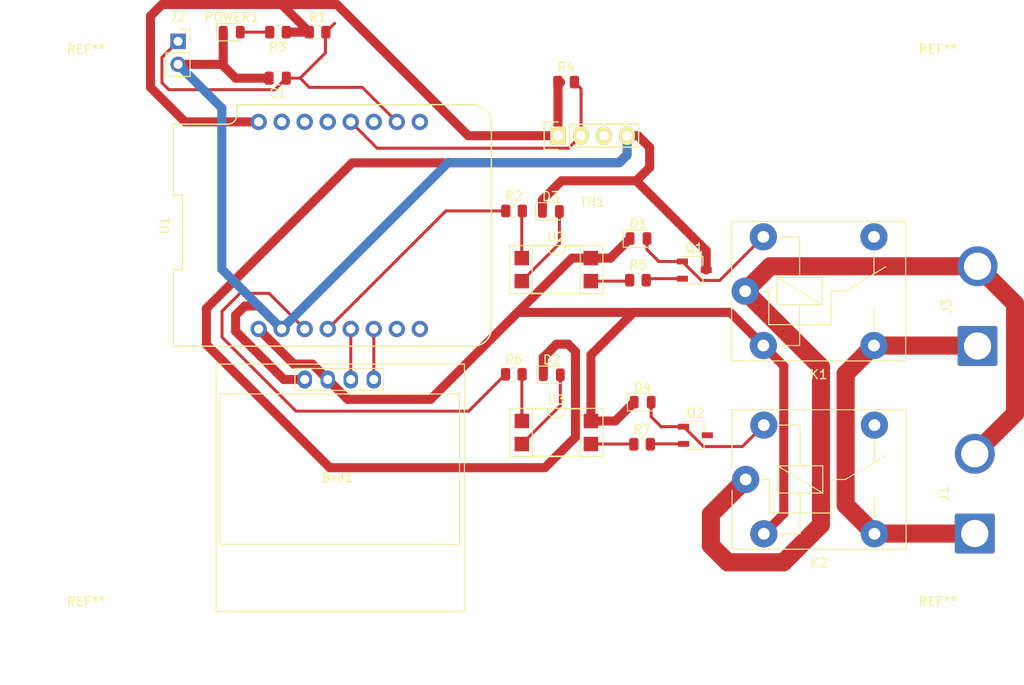
<source format=kicad_pcb>
(kicad_pcb (version 20221018) (generator pcbnew)
  (layers (0 "F.Cu" signal) (31 "B.Cu" signal) (34 "B.Paste" user) (35 "F.Paste" user) (36 "B.SilkS" user "B.Silkscreen") (37 "F.SilkS" user "F.Silkscreen") (38 "B.Mask" user) (39 "F.Mask" user) (44 "Edge.Cuts" user))
  (net 0 "")
  (net 1 "/SDA")
  (net 2 "/SCL")
  (net 3 "GND")
  (net 4 "/5V")
  (net 5 "/ANALOG_MOISTURE")
  (net 6 "Net-(D1-A)")
  (net 7 "Net-(D2-A)")
  (net 8 "/IN")
  (net 9 "Net-(POWER1-A)")
  (net 10 "Net-(Q1-B)")
  (net 11 "/3.3V")
  (net 12 "/DHT_DATA")
  (net 16 "Net-(D3-A)")
  (net 22 "Net-(D4-A)")
  (net 23 "/NO")
  (net 24 "/COM")
  (net 27 "Net-(Q2-B)")
  (net 28 "Net-(R2-Pad2)")
  (net 29 "Net-(R5-Pad1)")
  (net 30 "/IN2")
  (net 31 "Net-(R6-Pad2)")
  (net 32 "Net-(R7-Pad1)")
  (footprint "Package_TO_SOT_SMD:TSOT-23" (layer "F.Cu") (at 100.2538 99.3648)
    (fp_text reference "Q2" (at 0 -2.45) (layer "F.SilkS"))
    (fp_text value "NPN")
    (fp_line (start 0.93 -1.51) (end -1.5 -1.51) (stroke (width 0.12)) (layer "F.SilkS"))
    (fp_line (start 0.95 -1.5) (end 0.95 -0.5) (stroke (width 0.12)) (layer "F.SilkS"))
    (fp_line (start 0.95 0.5) (end 0.95 1.55) (stroke (width 0.12)) (layer "F.SilkS"))
    (fp_line (start 0.95 1.55) (end -0.9 1.55) (stroke (width 0.12)) (layer "F.SilkS"))
    (pad "1" smd rect (at -1.31 -0.95) (size 1.22 0.65) (layers "F.Cu" "F.Paste" "F.Mask") (net 22 "Net-(D4-A)"))
    (pad "2" smd rect (at -1.31 0.95) (size 1.22 0.65) (layers "F.Cu" "F.Paste" "F.Mask") (net 27 "Net-(Q2-B)"))
    (pad "3" smd rect (at 1.31 0) (size 1.22 0.65) (layers "F.Cu" "F.Paste" "F.Mask") (net 3 "GND"))
  )
  (footprint "Relay_THT:Relay_SPDT_Finder_36.11" (layer "F.Cu") (at 105.7388 83.4588)
    (fp_text reference "K1" (at 8.1 9.2) (layer "F.SilkS"))
    (fp_text value "Relay_SPDT")
    (fp_line (start -1.5 -7.7) (end -1.5 -1.2) (stroke (width 0.12)) (layer "F.SilkS"))
    (fp_line (start -1.5 -7.7) (end 17.7 -7.7) (stroke (width 0.12)) (layer "F.SilkS"))
    (fp_line (start -1.5 1.2) (end -1.5 7.7) (stroke (width 0.12)) (layer "F.SilkS"))
    (fp_line (start 2.6 0) (end 1.7 0) (stroke (width 0.12)) (layer "F.SilkS"))
    (fp_line (start 2.6 0) (end 2.6 3.7) (stroke (width 0.12)) (layer "F.SilkS"))
    (fp_line (start 3.5 -1.5) (end 8.5 -1.5) (stroke (width 0.12)) (layer "F.SilkS"))
    (fp_line (start 3.5 1.5) (end 3.5 -1.5) (stroke (width 0.12)) (layer "F.SilkS"))
    (fp_line (start 3.7 6) (end 6 6) (stroke (width 0.12)) (layer "F.SilkS"))
    (fp_line (start 6 -6) (end 3.7 -6) (stroke (width 0.12)) (layer "F.SilkS"))
    (fp_line (start 6 -6) (end 6 -1.5) (stroke (width 0.12)) (layer "F.SilkS"))
    (fp_line (start 6 1.5) (end 6 6) (stroke (width 0.12)) (layer "F.SilkS"))
    (fp_line (start 8.5 -1.5) (end 8.5 1.5) (stroke (width 0.12)) (layer "F.SilkS"))
    (fp_line (start 8.5 1.5) (end 3.5 -1.5) (stroke (width 0.12)) (layer "F.SilkS"))
    (fp_line (start 8.5 1.5) (end 3.5 1.5) (stroke (width 0.12)) (layer "F.SilkS"))
    (fp_line (start 9.5 0) (end 9.5 3.7) (stroke (width 0.12)) (layer "F.SilkS"))
    (fp_line (start 9.5 0) (end 11 0) (stroke (width 0.12)) (layer "F.SilkS"))
    (fp_line (start 9.5 3.7) (end 2.6 3.7) (stroke (width 0.12)) (layer "F.SilkS"))
    (fp_line (start 11 0) (end 15.5 -2.7) (stroke (width 0.12)) (layer "F.SilkS"))
    (fp_line (start 14.2 -4.3) (end 14.2 -2) (stroke (width 0.12)) (layer "F.SilkS"))
    (fp_line (start 14.2 4.3) (end 14.2 2) (stroke (width 0.12)) (layer "F.SilkS"))
    (fp_line (start 17.7 -7.7) (end 17.7 7.7) (stroke (width 0.12)) (layer "F.SilkS"))
    (fp_line (start 17.7 7.7) (end -1.5 7.7) (stroke (width 0.12)) (layer "F.SilkS"))
    (pad "11" thru_hole circle (at 0 0) (size 3 3) (drill 1.3) (layers "*.Cu" "*.Mask") (net 24 "/COM"))
    (pad "12" thru_hole circle (at 14.2 -6) (size 3 3) (drill 1.3) (layers "*.Cu" "*.Mask"))
    (pad "14" thru_hole circle (at 14.2 6) (size 3 3) (drill 1.3) (layers "*.Cu" "*.Mask") (net 23 "/NO"))
    (pad "A1" thru_hole circle (at 2 6) (size 3 3) (drill 1.3) (layers "*.Cu" "*.Mask") (net 4 "/5V"))
    (pad "A2" thru_hole circle (at 2 -6) (size 3 3) (drill 1.3) (layers "*.Cu" "*.Mask") (net 6 "Net-(D1-A)"))
  )
  (footprint "Capacitor_SMD:C_0805_2012Metric" (layer "F.Cu") (at 54.168 59.944 180)
    (fp_text reference "C1" (at 0 -1.68) (layer "F.SilkS"))
    (fp_text value "0.1uF")
    (fp_line (start -0.261252 -0.735) (end 0.261252 -0.735) (stroke (width 0.12)) (layer "F.SilkS"))
    (fp_line (start -0.261252 0.735) (end 0.261252 0.735) (stroke (width 0.12)) (layer "F.SilkS"))
    (pad "1" smd roundrect (at -0.95 0 180) (size 1 1.45) (layers "F.Cu" "F.Paste" "F.Mask") (net 5 "/ANALOG_MOISTURE"))
    (pad "2" smd roundrect (at 0.95 0 180) (size 1 1.45) (layers "F.Cu" "F.Paste" "F.Mask") (net 3 "GND"))
  )
  (footprint "Resistor_SMD:R_0805_2012Metric" (layer "F.Cu") (at 54.2055 54.864 180)
    (fp_text reference "R3" (at 0 -1.65) (layer "F.SilkS"))
    (fp_text value "220")
    (fp_line (start -0.227064 -0.735) (end 0.227064 -0.735) (stroke (width 0.12)) (layer "F.SilkS"))
    (fp_line (start -0.227064 0.735) (end 0.227064 0.735) (stroke (width 0.12)) (layer "F.SilkS"))
    (pad "1" smd roundrect (at -0.9125 0 180) (size 1.025 1.4) (layers "F.Cu" "F.Paste" "F.Mask") (roundrect_rratio 0.243902) (net 11 "/3.3V"))
    (pad "2" smd roundrect (at 0.9125 0 180) (size 1.025 1.4) (layers "F.Cu" "F.Paste" "F.Mask") (roundrect_rratio 0.243902) (net 9 "Net-(POWER1-A)"))
  )
  (footprint "Diode_SMD:D_0805_2012Metric" (layer "F.Cu") (at 94.4287 95.7072)
    (fp_text reference "D4" (at 0 -1.65) (layer "F.SilkS"))
    (fp_text value "1N4007")
    (fp_line (start -1.685 -0.96) (end -1.685 0.96) (stroke (width 0.12)) (layer "F.SilkS"))
    (fp_line (start -1.685 0.96) (end 1 0.96) (stroke (width 0.12)) (layer "F.SilkS"))
    (fp_line (start 1 -0.96) (end -1.685 -0.96) (stroke (width 0.12)) (layer "F.SilkS"))
    (pad "1" smd roundrect (at -0.9375 0) (size 0.975 1.4) (layers "F.Cu" "F.Paste" "F.Mask") (net 4 "/5V"))
    (pad "2" smd roundrect (at 0.9375 0) (size 0.975 1.4) (layers "F.Cu" "F.Paste" "F.Mask") (net 22 "Net-(D4-A)"))
  )
  (footprint "Resistor_SMD:R_0805_2012Metric" (layer "F.Cu") (at 93.9057 82.2452)
    (fp_text reference "R5" (at 0 -1.65) (layer "F.SilkS"))
    (fp_text value "1k")
    (fp_line (start -0.227064 -0.735) (end 0.227064 -0.735) (stroke (width 0.12)) (layer "F.SilkS"))
    (fp_line (start -0.227064 0.735) (end 0.227064 0.735) (stroke (width 0.12)) (layer "F.SilkS"))
    (pad "1" smd roundrect (at -0.9125 0) (size 1.025 1.4) (layers "F.Cu" "F.Paste" "F.Mask") (roundrect_rratio 0.243902) (net 29 "Net-(R5-Pad1)"))
    (pad "2" smd roundrect (at 0.9125 0) (size 1.025 1.4) (layers "F.Cu" "F.Paste" "F.Mask") (roundrect_rratio 0.243902) (net 10 "Net-(Q1-B)"))
  )
  (footprint "MountingHole:MountingHole_3.2mm_M3" (layer "F.Cu") (at 127 60.96)
    (fp_text reference "REF**" (at 0 -4.2) (layer "F.SilkS"))
    (fp_text value "MountingHole_3.2mm_M3")
    (pad "" np_thru_hole circle (at 0 0) (size 3.2 3.2) (drill 3.2) (layers "F&B.Cu" "*.Mask"))
  )
  (footprint "Resistor_SMD:R_0805_2012Metric" (layer "F.Cu") (at 80.2405 74.5998)
    (fp_text reference "R2" (at 0 -1.65) (layer "F.SilkS"))
    (fp_text value "330")
    (fp_line (start -0.227064 -0.735) (end 0.227064 -0.735) (stroke (width 0.12)) (layer "F.SilkS"))
    (fp_line (start -0.227064 0.735) (end 0.227064 0.735) (stroke (width 0.12)) (layer "F.SilkS"))
    (pad "1" smd roundrect (at -0.9125 0) (size 1.025 1.4) (layers "F.Cu" "F.Paste" "F.Mask") (roundrect_rratio 0.243902) (net 8 "/IN"))
    (pad "2" smd roundrect (at 0.9125 0) (size 1.025 1.4) (layers "F.Cu" "F.Paste" "F.Mask") (roundrect_rratio 0.243902) (net 28 "Net-(R2-Pad2)"))
  )
  (footprint "Relay_THT:Relay_SPDT_Finder_36.11" (layer "F.Cu") (at 105.7928 104.2416)
    (fp_text reference "K2" (at 8.1 9.2) (layer "F.SilkS"))
    (fp_text value "Relay_SPDT")
    (fp_line (start -1.5 -7.7) (end -1.5 -1.2) (stroke (width 0.12)) (layer "F.SilkS"))
    (fp_line (start -1.5 -7.7) (end 17.7 -7.7) (stroke (width 0.12)) (layer "F.SilkS"))
    (fp_line (start -1.5 1.2) (end -1.5 7.7) (stroke (width 0.12)) (layer "F.SilkS"))
    (fp_line (start 2.6 0) (end 1.7 0) (stroke (width 0.12)) (layer "F.SilkS"))
    (fp_line (start 2.6 0) (end 2.6 3.7) (stroke (width 0.12)) (layer "F.SilkS"))
    (fp_line (start 3.5 -1.5) (end 8.5 -1.5) (stroke (width 0.12)) (layer "F.SilkS"))
    (fp_line (start 3.5 1.5) (end 3.5 -1.5) (stroke (width 0.12)) (layer "F.SilkS"))
    (fp_line (start 3.7 6) (end 6 6) (stroke (width 0.12)) (layer "F.SilkS"))
    (fp_line (start 6 -6) (end 3.7 -6) (stroke (width 0.12)) (layer "F.SilkS"))
    (fp_line (start 6 -6) (end 6 -1.5) (stroke (width 0.12)) (layer "F.SilkS"))
    (fp_line (start 6 1.5) (end 6 6) (stroke (width 0.12)) (layer "F.SilkS"))
    (fp_line (start 8.5 -1.5) (end 8.5 1.5) (stroke (width 0.12)) (layer "F.SilkS"))
    (fp_line (start 8.5 1.5) (end 3.5 -1.5) (stroke (width 0.12)) (layer "F.SilkS"))
    (fp_line (start 8.5 1.5) (end 3.5 1.5) (stroke (width 0.12)) (layer "F.SilkS"))
    (fp_line (start 9.5 0) (end 9.5 3.7) (stroke (width 0.12)) (layer "F.SilkS"))
    (fp_line (start 9.5 0) (end 11 0) (stroke (width 0.12)) (layer "F.SilkS"))
    (fp_line (start 9.5 3.7) (end 2.6 3.7) (stroke (width 0.12)) (layer "F.SilkS"))
    (fp_line (start 11 0) (end 15.5 -2.7) (stroke (width 0.12)) (layer "F.SilkS"))
    (fp_line (start 14.2 -4.3) (end 14.2 -2) (stroke (width 0.12)) (layer "F.SilkS"))
    (fp_line (start 14.2 4.3) (end 14.2 2) (stroke (width 0.12)) (layer "F.SilkS"))
    (fp_line (start 17.7 -7.7) (end 17.7 7.7) (stroke (width 0.12)) (layer "F.SilkS"))
    (fp_line (start 17.7 7.7) (end -1.5 7.7) (stroke (width 0.12)) (layer "F.SilkS"))
    (pad "11" thru_hole circle (at 0 0) (size 3 3) (drill 1.3) (layers "*.Cu" "*.Mask") (net 24 "/COM"))
    (pad "12" thru_hole circle (at 14.2 -6) (size 3 3) (drill 1.3) (layers "*.Cu" "*.Mask"))
    (pad "14" thru_hole circle (at 14.2 6) (size 3 3) (drill 1.3) (layers "*.Cu" "*.Mask") (net 23 "/NO"))
    (pad "A1" thru_hole circle (at 2 6) (size 3 3) (drill 1.3) (layers "*.Cu" "*.Mask") (net 4 "/5V"))
    (pad "A2" thru_hole circle (at 2 -6) (size 3 3) (drill 1.3) (layers "*.Cu" "*.Mask") (net 22 "Net-(D4-A)"))
  )
  (footprint "Sensors:DHT22_Temperature_Humidity" (layer "F.Cu") (at 88.9 66.294)
    (fp_text reference "TH1" (at 0 7.35) (layer "F.SilkS"))
    (fp_text value "DHT22_Temperature_Humidity")
    (fp_line (start -5.334 -1.524) (end -5.334 1.524) (stroke (width 0.15)) (layer "F.SilkS"))
    (fp_line (start -5.334 1.524) (end -3.81 1.524) (stroke (width 0.15)) (layer "F.SilkS"))
    (fp_line (start -3.81 -1.524) (end -5.334 -1.524) (stroke (width 0.15)) (layer "F.SilkS"))
    (fp_line (start -2.54 -1.27) (end 5.08 -1.27) (stroke (width 0.15)) (layer "F.SilkS"))
    (fp_line (start -2.54 1.27) (end -2.54 -1.27) (stroke (width 0.15)) (layer "F.SilkS"))
    (fp_line (start 5.08 -1.27) (end 5.08 1.27) (stroke (width 0.15)) (layer "F.SilkS"))
    (fp_line (start 5.08 1.27) (end -2.54 1.27) (stroke (width 0.15)) (layer "F.SilkS"))
    (pad "1" thru_hole rect (at -3.81 0 90) (size 2.032 1.7272) (drill 1.016) (layers "*.Cu" "*.Mask" "F.SilkS") (net 11 "/3.3V"))
    (pad "2" thru_hole oval (at -1.27 0 90) (size 2.032 1.7272) (drill 1.016) (layers "*.Cu" "*.Mask" "F.SilkS") (net 12 "/DHT_DATA"))
    (pad "3" thru_hole oval (at 1.27 0 90) (size 2.032 1.7272) (drill 1.016) (layers "*.Cu" "*.Mask" "F.SilkS"))
    (pad "4" thru_hole oval (at 3.81 0 90) (size 2.032 1.7272) (drill 1.016) (layers "*.Cu" "*.Mask" "F.SilkS") (net 3 "GND"))
  )
  (footprint "Package_DIP:DIP-4_W7.62mm_SMDSocket_SmallPads" (layer "F.Cu") (at 84.9006 81.0768)
    (fp_text reference "U2" (at 0 -3.6) (layer "F.SilkS"))
    (fp_text value "PC817")
    (fp_line (start -5.14 -2.66) (end -5.14 2.66) (stroke (width 0.12)) (layer "F.SilkS"))
    (fp_line (start -5.14 2.66) (end 5.14 2.66) (stroke (width 0.12)) (layer "F.SilkS"))
    (fp_line (start -2.65 -2.6) (end -2.65 2.6) (stroke (width 0.12)) (layer "F.SilkS"))
    (fp_line (start -2.65 2.6) (end 2.65 2.6) (stroke (width 0.12)) (layer "F.SilkS"))
    (fp_line (start -1 -2.6) (end -2.65 -2.6) (stroke (width 0.12)) (layer "F.SilkS"))
    (fp_line (start 2.65 -2.6) (end 1 -2.6) (stroke (width 0.12)) (layer "F.SilkS"))
    (fp_line (start 2.65 2.6) (end 2.65 -2.6) (stroke (width 0.12)) (layer "F.SilkS"))
    (fp_line (start 5.14 -2.66) (end -5.14 -2.66) (stroke (width 0.12)) (layer "F.SilkS"))
    (fp_line (start 5.14 2.66) (end 5.14 -2.66) (stroke (width 0.12)) (layer "F.SilkS"))
    (fp_arc (start 1 -2.6) (mid 0 -1.6) (end -1 -2.6) (stroke (width 0.12)) (layer "F.SilkS"))
    (pad "1" smd rect (at -3.81 -1.27) (size 1.6 1.6) (layers "F.Cu" "F.Paste" "F.Mask") (net 28 "Net-(R2-Pad2)"))
    (pad "2" smd rect (at -3.81 1.27) (size 1.6 1.6) (layers "F.Cu" "F.Paste" "F.Mask") (net 16 "Net-(D3-A)"))
    (pad "3" smd rect (at 3.81 1.27) (size 1.6 1.6) (layers "F.Cu" "F.Paste" "F.Mask") (net 29 "Net-(R5-Pad1)"))
    (pad "4" smd rect (at 3.81 -1.27) (size 1.6 1.6) (layers "F.Cu" "F.Paste" "F.Mask") (net 4 "/5V"))
  )
  (footprint "Connector_Wire:SolderWire-2.5sqmm_1x02_P8.8mm_D2.4mm_OD4.4mm" (layer "F.Cu") (at 131.064 110.2106 90)
    (fp_text reference "J1" (at 4.4 -3.4 90) (layer "F.SilkS"))
    (fp_text value "Conn_01x02_Socket")
    (pad "1" thru_hole roundrect (at 0 0 90) (size 4.4 4.4) (drill 3) (layers "*.Cu" "*.Mask") (roundrect_rratio 0.056818) (net 23 "/NO"))
    (pad "2" thru_hole circle (at 8.8 0 90) (size 4.4 4.4) (drill 3) (layers "*.Cu" "*.Mask") (net 24 "/COM"))
  )
  (footprint "LED_SMD:LED_0805_2012Metric" (layer "F.Cu") (at 49.1005 54.864)
    (fp_text reference "POWER1" (at 0 -1.65) (layer "F.SilkS"))
    (fp_text value "LED")
    (fp_line (start -1.685 -0.96) (end -1.685 0.96) (stroke (width 0.12)) (layer "F.SilkS"))
    (fp_line (start -1.685 0.96) (end 1 0.96) (stroke (width 0.12)) (layer "F.SilkS"))
    (fp_line (start 1 -0.96) (end -1.685 -0.96) (stroke (width 0.12)) (layer "F.SilkS"))
    (pad "1" smd roundrect (at -0.9375 0) (size 0.975 1.4) (layers "F.Cu" "F.Paste" "F.Mask") (net 3 "GND"))
    (pad "2" smd roundrect (at 0.9375 0) (size 0.975 1.4) (layers "F.Cu" "F.Paste" "F.Mask") (net 9 "Net-(POWER1-A)"))
  )
  (footprint "wemos-d1-mini:wemos-d1-mini-with-pin-header" (layer "F.Cu") (at 60.96 76.2)
    (fp_text reference "U1" (at -19.3 0 90) (layer "F.SilkS"))
    (fp_text value "WeMos_D1_mini")
    (fp_line (start -18.3 -11.18) (end -18.3 -3.32) (stroke (width 0.15)) (layer "F.SilkS"))
    (fp_line (start -18.3 -11.18) (end -12.3 -11.18) (stroke (width 0.15)) (layer "F.SilkS"))
    (fp_line (start -18.3 -3.32) (end -17.3 -3.32) (stroke (width 0.15)) (layer "F.SilkS"))
    (fp_line (start -18.3 4.9) (end -18.3 13.329999) (stroke (width 0.15)) (layer "F.SilkS"))
    (fp_line (start -18.3 13.33) (end 14.78 13.33) (stroke (width 0.15)) (layer "F.SilkS"))
    (fp_line (start -17.3 -3.32) (end -17.3 4.9) (stroke (width 0.15)) (layer "F.SilkS"))
    (fp_line (start -17.3 4.9) (end -18.3 4.9) (stroke (width 0.15)) (layer "F.SilkS"))
    (fp_line (start -11.3 -13.33) (end -11.3 -13.33) (stroke (width 0.15)) (layer "F.SilkS"))
    (fp_line (start -11.3 -12.17) (end -11.3 -13.33) (stroke (width 0.15)) (layer "F.SilkS"))
    (fp_line (start 14.78 -13.33) (end -11.3 -13.33) (stroke (width 0.15)) (layer "F.SilkS"))
    (fp_line (start 16.78 11.33) (end 16.78 -11.33) (stroke (width 0.15)) (layer "F.SilkS"))
    (fp_arc (start -11.3 -12.18) (mid -11.592893 -11.472893) (end -12.3 -11.18) (stroke (width 0.15)) (layer "F.SilkS"))
    (fp_arc (start 14.78 -13.33) (mid 16.194214 -12.744214) (end 16.78 -11.33) (stroke (width 0.15)) (layer "F.SilkS"))
    (fp_arc (start 16.78 11.33) (mid 16.194214 12.744214) (end 14.78 13.33) (stroke (width 0.15)) (layer "F.SilkS"))
    (pad "1" thru_hole circle (at 8.89 -11.43) (size 1.8 1.8) (drill 1.016) (layers "*.Cu" "*.Mask"))
    (pad "2" thru_hole circle (at 6.35 -11.43) (size 1.8 1.8) (drill 1.016) (layers "*.Cu" "*.Mask") (net 5 "/ANALOG_MOISTURE"))
    (pad "3" thru_hole circle (at 3.81 -11.43) (size 1.8 1.8) (drill 1.016) (layers "*.Cu" "*.Mask"))
    (pad "4" thru_hole circle (at 1.27 -11.43) (size 1.8 1.8) (drill 1.016) (layers "*.Cu" "*.Mask") (net 12 "/DHT_DATA"))
    (pad "5" thru_hole circle (at -1.27 -11.43) (size 1.8 1.8) (drill 1.016) (layers "*.Cu" "*.Mask"))
    (pad "6" thru_hole circle (at -3.81 -11.43) (size 1.8 1.8) (drill 1.016) (layers "*.Cu" "*.Mask"))
    (pad "7" thru_hole circle (at -6.35 -11.43) (size 1.8 1.8) (drill 1.016) (layers "*.Cu" "*.Mask"))
    (pad "8" thru_hole circle (at -8.89 -11.43) (size 1.8 1.8) (drill 1.016) (layers "*.Cu" "*.Mask") (net 11 "/3.3V"))
    (pad "9" thru_hole circle (at -8.89 11.43) (size 1.8 1.8) (drill 1.016) (layers "*.Cu" "*.Mask") (net 4 "/5V"))
    (pad "10" thru_hole circle (at -6.35 11.43) (size 1.8 1.8) (drill 1.016) (layers "*.Cu" "*.Mask") (net 3 "GND"))
    (pad "11" thru_hole circle (at -3.81 11.43) (size 1.8 1.8) (drill 1.016) (layers "*.Cu" "*.Mask") (net 30 "/IN2"))
    (pad "12" thru_hole circle (at -1.27 11.43) (size 1.8 1.8) (drill 1.016) (layers "*.Cu" "*.Mask") (net 8 "/IN"))
    (pad "13" thru_hole circle (at 1.27 11.43) (size 1.8 1.8) (drill 1.016) (layers "*.Cu" "*.Mask") (net 2 "/SCL"))
    (pad "14" thru_hole circle (at 3.81 11.43) (size 1.8 1.8) (drill 1.016) (layers "*.Cu" "*.Mask") (net 1 "/SDA"))
    (pad "15" thru_hole circle (at 6.35 11.43) (size 1.8 1.8) (drill 1.016) (layers "*.Cu" "*.Mask"))
    (pad "16" thru_hole circle (at 8.89 11.43) (size 1.8 1.8) (drill 1.016) (layers "*.Cu" "*.Mask"))
  )
  (footprint "LED_SMD:LED_0805_2012Metric" (layer "F.Cu") (at 84.3049 74.6506)
    (fp_text reference "D3" (at 0 -1.65) (layer "F.SilkS"))
    (fp_text value "LED")
    (fp_line (start -1.685 -0.96) (end -1.685 0.96) (stroke (width 0.12)) (layer "F.SilkS"))
    (fp_line (start -1.685 0.96) (end 1 0.96) (stroke (width 0.12)) (layer "F.SilkS"))
    (fp_line (start 1 -0.96) (end -1.685 -0.96) (stroke (width 0.12)) (layer "F.SilkS"))
    (pad "1" smd roundrect (at -0.9375 0) (size 0.975 1.4) (layers "F.Cu" "F.Paste" "F.Mask") (net 3 "GND"))
    (pad "2" smd roundrect (at 0.9375 0) (size 0.975 1.4) (layers "F.Cu" "F.Paste" "F.Mask") (net 16 "Net-(D3-A)"))
  )
  (footprint "Resistor_SMD:R_0805_2012Metric" (layer "F.Cu") (at 94.3629 100.3554)
    (fp_text reference "R7" (at 0 -1.65) (layer "F.SilkS"))
    (fp_text value "1k")
    (fp_line (start -0.227064 -0.735) (end 0.227064 -0.735) (stroke (width 0.12)) (layer "F.SilkS"))
    (fp_line (start -0.227064 0.735) (end 0.227064 0.735) (stroke (width 0.12)) (layer "F.SilkS"))
    (pad "1" smd roundrect (at -0.9125 0) (size 1.025 1.4) (layers "F.Cu" "F.Paste" "F.Mask") (roundrect_rratio 0.243902) (net 32 "Net-(R7-Pad1)"))
    (pad "2" smd roundrect (at 0.9125 0) (size 1.025 1.4) (layers "F.Cu" "F.Paste" "F.Mask") (roundrect_rratio 0.243902) (net 27 "Net-(Q2-B)"))
  )
  (footprint "MountingHole:MountingHole_3.2mm_M3" (layer "F.Cu") (at 33.02 121.92)
    (fp_text reference "REF**" (at 0 -4.2) (layer "F.SilkS"))
    (fp_text value "MountingHole_3.2mm_M3")
    (pad "" np_thru_hole circle (at 0 0) (size 3.2 3.2) (drill 3.2) (layers "F&B.Cu" "*.Mask"))
  )
  (footprint "MountingHole:MountingHole_3.2mm_M3" (layer "F.Cu") (at 33.02 60.96)
    (fp_text reference "REF**" (at 0 -4.2) (layer "F.SilkS"))
    (fp_text value "MountingHole_3.2mm_M3")
    (pad "" np_thru_hole circle (at 0 0) (size 3.2 3.2) (drill 3.2) (layers "*.Cu" "*.Mask"))
  )
  (footprint "MountingHole:MountingHole_3.2mm_M3" (layer "F.Cu") (at 127 121.92)
    (fp_text reference "REF**" (at 0 -4.2) (layer "F.SilkS"))
    (fp_text value "MountingHole_3.2mm_M3")
    (pad "" np_thru_hole circle (at 0 0) (size 3.2 3.2) (drill 3.2) (layers "F&B.Cu" "*.Mask"))
  )
  (footprint "Resistor_SMD:R_0805_2012Metric" (layer "F.Cu") (at 80.2151 92.6338)
    (fp_text reference "R6" (at 0 -1.65) (layer "F.SilkS"))
    (fp_text value "330")
    (fp_line (start -0.227064 -0.735) (end 0.227064 -0.735) (stroke (width 0.12)) (layer "F.SilkS"))
    (fp_line (start -0.227064 0.735) (end 0.227064 0.735) (stroke (width 0.12)) (layer "F.SilkS"))
    (pad "1" smd roundrect (at -0.9125 0) (size 1.025 1.4) (layers "F.Cu" "F.Paste" "F.Mask") (roundrect_rratio 0.243902) (net 30 "/IN2"))
    (pad "2" smd roundrect (at 0.9125 0) (size 1.025 1.4) (layers "F.Cu" "F.Paste" "F.Mask") (roundrect_rratio 0.243902) (net 31 "Net-(R6-Pad2)"))
  )
  (footprint "SSD1306:128x64OLED" (layer "F.Cu") (at 60.77 103.806)
    (fp_text reference "Brd1" (at 0 0.254) (layer "F.SilkS"))
    (fp_text value "SSD1306")
    (fp_line (start -13.4 -12.3) (end 14 -12.3) (stroke (width 0.12)) (layer "F.SilkS"))
    (fp_line (start -13.4 15) (end -13.4 -12.3) (stroke (width 0.12)) (layer "F.SilkS"))
    (fp_line (start -12.978 -9.005) (end 10.122 -9.005) (stroke (width 0.12)) (layer "F.SilkS"))
    (fp_line (start -12.978 7.595) (end -12.978 -9.005) (stroke (width 0.12)) (layer "F.SilkS"))
    (fp_line (start -4.699 -11.811) (end -4.699 -9.398) (stroke (width 0.12)) (layer "F.SilkS"))
    (fp_line (start -4.699 -11.811) (end 5.08 -11.811) (stroke (width 0.12)) (layer "F.SilkS"))
    (fp_line (start 5.08 -11.811) (end 5.08 -9.398) (stroke (width 0.12)) (layer "F.SilkS"))
    (fp_line (start 5.08 -9.398) (end -4.699 -9.398) (stroke (width 0.12)) (layer "F.SilkS"))
    (fp_line (start 10.122 -9.005) (end 13.208 -9.005) (stroke (width 0.12)) (layer "F.SilkS"))
    (fp_line (start 10.122 7.595) (end -12.978 7.595) (stroke (width 0.12)) (layer "F.SilkS"))
    (fp_line (start 10.122 7.595) (end 13.462 7.62) (stroke (width 0.12)) (layer "F.SilkS"))
    (fp_line (start 13.462 -9.017) (end 13.208 -9.005) (stroke (width 0.12)) (layer "F.SilkS"))
    (fp_line (start 13.462 7.62) (end 13.462 -9.017) (stroke (width 0.12)) (layer "F.SilkS"))
    (fp_line (start 14 -12.3) (end 14 15) (stroke (width 0.12)) (layer "F.SilkS"))
    (fp_line (start 14 15) (end -13.4 15) (stroke (width 0.12)) (layer "F.SilkS"))
    (pad "1" thru_hole oval (at -3.62 -10.6 90) (size 2 1.6) (drill 1) (layers "*.Cu" "*.Mask") (net 3 "GND"))
    (pad "2" thru_hole oval (at -1.08 -10.6 90) (size 2 1.6) (drill 1) (layers "*.Cu" "*.Mask") (net 4 "/5V"))
    (pad "3" thru_hole oval (at 1.46 -10.6 90) (size 2 1.6) (drill 1) (layers "*.Cu" "*.Mask") (net 2 "/SCL"))
    (pad "4" thru_hole oval (at 4 -10.6 90) (size 2 1.6) (drill 1) (layers "*.Cu" "*.Mask") (net 1 "/SDA"))
  )
  (footprint "Resistor_SMD:R_0805_2012Metric" (layer "F.Cu") (at 58.5705 54.864)
    (fp_text reference "R1" (at 0 -1.65) (layer "F.SilkS"))
    (fp_text value "10k")
    (fp_line (start -0.227064 -0.735) (end 0.227064 -0.735) (stroke (width 0.12)) (layer "F.SilkS"))
    (fp_line (start -0.227064 0.735) (end 0.227064 0.735) (stroke (width 0.12)) (layer "F.SilkS"))
    (pad "1" smd roundrect (at -0.9125 0) (size 1.025 1.4) (layers "F.Cu" "F.Paste" "F.Mask") (roundrect_rratio 0.243902) (net 11 "/3.3V"))
    (pad "2" smd roundrect (at 0.9125 0) (size 1.025 1.4) (layers "F.Cu" "F.Paste" "F.Mask") (roundrect_rratio 0.243902) (net 5 "/ANALOG_MOISTURE"))
  )
  (footprint "Resistor_SMD:R_0805_2012Metric" (layer "F.Cu") (at 85.9809 60.3758)
    (fp_text reference "R4" (at 0 -1.65) (layer "F.SilkS"))
    (fp_text value "5.1k")
    (fp_line (start -0.227064 -0.735) (end 0.227064 -0.735) (stroke (width 0.12)) (layer "F.SilkS"))
    (fp_line (start -0.227064 0.735) (end 0.227064 0.735) (stroke (width 0.12)) (layer "F.SilkS"))
    (pad "1" smd roundrect (at -0.9125 0) (size 1.025 1.4) (layers "F.Cu" "F.Paste" "F.Mask") (roundrect_rratio 0.243902) (net 11 "/3.3V"))
    (pad "2" smd roundrect (at 0.9125 0) (size 1.025 1.4) (layers "F.Cu" "F.Paste" "F.Mask") (roundrect_rratio 0.243902) (net 12 "/DHT_DATA"))
  )
  (footprint "Connector_Wire:SolderWire-2.5sqmm_1x02_P8.8mm_D2.4mm_OD4.4mm" (layer "F.Cu") (at 131.3688 89.5096 90)
    (fp_text reference "J3" (at 4.4 -3.4 90) (layer "F.SilkS"))
    (fp_text value "Conn_01x02_Socket")
    (pad "1" thru_hole roundrect (at 0 0 90) (size 4.4 4.4) (drill 3) (layers "*.Cu" "*.Mask") (roundrect_rratio 0.056818) (net 23 "/NO"))
    (pad "2" thru_hole circle (at 8.8 0 90) (size 4.4 4.4) (drill 3) (layers "*.Cu" "*.Mask") (net 24 "/COM"))
  )
  (footprint "LED_SMD:LED_0805_2012Metric" (layer "F.Cu") (at 84.4065 92.6846)
    (fp_text reference "D2" (at 0 -1.65) (layer "F.SilkS"))
    (fp_text value "LED")
    (fp_line (start -1.685 -0.96) (end -1.685 0.96) (stroke (width 0.12)) (layer "F.SilkS"))
    (fp_line (start -1.685 0.96) (end 1 0.96) (stroke (width 0.12)) (layer "F.SilkS"))
    (fp_line (start 1 -0.96) (end -1.685 -0.96) (stroke (width 0.12)) (layer "F.SilkS"))
    (pad "1" smd roundrect (at -0.9375 0) (size 0.975 1.4) (layers "F.Cu" "F.Paste" "F.Mask") (net 3 "GND"))
    (pad "2" smd roundrect (at 0.9375 0) (size 0.975 1.4) (layers "F.Cu" "F.Paste" "F.Mask") (net 7 "Net-(D2-A)"))
  )
  (footprint "Package_TO_SOT_SMD:TSOT-23" (layer "F.Cu") (at 100.1268 81.1276)
    (fp_text reference "Q1" (at 0 -2.45) (layer "F.SilkS"))
    (fp_text value "NPN")
    (fp_line (start 0.93 -1.51) (end -1.5 -1.51) (stroke (width 0.12)) (layer "F.SilkS"))
    (fp_line (start 0.95 -1.5) (end 0.95 -0.5) (stroke (width 0.12)) (layer "F.SilkS"))
    (fp_line (start 0.95 0.5) (end 0.95 1.55) (stroke (width 0.12)) (layer "F.SilkS"))
    (fp_line (start 0.95 1.55) (end -0.9 1.55) (stroke (width 0.12)) (layer "F.SilkS"))
    (pad "1" smd rect (at -1.31 -0.95) (size 1.22 0.65) (layers "F.Cu" "F.Paste" "F.Mask") (net 6 "Net-(D1-A)"))
    (pad "2" smd rect (at -1.31 0.95) (size 1.22 0.65) (layers "F.Cu" "F.Paste" "F.Mask") (net 10 "Net-(Q1-B)"))
    (pad "3" smd rect (at 1.31 0) (size 1.22 0.65) (layers "F.Cu" "F.Paste" "F.Mask") (net 3 "GND"))
  )
  (footprint "Diode_SMD:D_0805_2012Metric" (layer "F.Cu") (at 93.9707 77.6478)
    (fp_text reference "D1" (at 0 -1.65) (layer "F.SilkS"))
    (fp_text value "1N4007")
    (fp_line (start -1.685 -0.96) (end -1.685 0.96) (stroke (width 0.12)) (layer "F.SilkS"))
    (fp_line (start -1.685 0.96) (end 1 0.96) (stroke (width 0.12)) (layer "F.SilkS"))
    (fp_line (start 1 -0.96) (end -1.685 -0.96) (stroke (width 0.12)) (layer "F.SilkS"))
    (pad "1" smd roundrect (at -0.9375 0) (size 0.975 1.4) (layers "F.Cu" "F.Paste" "F.Mask") (net 4 "/5V"))
    (pad "2" smd roundrect (at 0.9375 0) (size 0.975 1.4) (layers "F.Cu" "F.Paste" "F.Mask") (net 6 "Net-(D1-A)"))
  )
  (footprint "Package_DIP:DIP-4_W7.62mm_SMDSocket_SmallPads" (layer "F.Cu") (at 84.9122 99.06)
    (fp_text reference "U3" (at 0 -3.6) (layer "F.SilkS"))
    (fp_text value "PC817")
    (fp_line (start -5.14 -2.66) (end -5.14 2.66) (stroke (width 0.12)) (layer "F.SilkS"))
    (fp_line (start -5.14 2.66) (end 5.14 2.66) (stroke (width 0.12)) (layer "F.SilkS"))
    (fp_line (start -2.65 -2.6) (end -2.65 2.6) (stroke (width 0.12)) (layer "F.SilkS"))
    (fp_line (start -2.65 2.6) (end 2.65 2.6) (stroke (width 0.12)) (layer "F.SilkS"))
    (fp_line (start -1 -2.6) (end -2.65 -2.6) (stroke (width 0.12)) (layer "F.SilkS"))
    (fp_line (start 2.65 -2.6) (end 1 -2.6) (stroke (width 0.12)) (layer "F.SilkS"))
    (fp_line (start 2.65 2.6) (end 2.65 -2.6) (stroke (width 0.12)) (layer "F.SilkS"))
    (fp_line (start 5.14 -2.66) (end -5.14 -2.66) (stroke (width 0.12)) (layer "F.SilkS"))
    (fp_line (start 5.14 2.66) (end 5.14 -2.66) (stroke (width 0.12)) (layer "F.SilkS"))
    (fp_arc (start 1 -2.6) (mid 0 -1.6) (end -1 -2.6) (stroke (width 0.12)) (layer "F.SilkS"))
    (pad "1" smd rect (at -3.81 -1.27) (size 1.6 1.6) (layers "F.Cu" "F.Paste" "F.Mask") (net 31 "Net-(R6-Pad2)"))
    (pad "2" smd rect (at -3.81 1.27) (size 1.6 1.6) (layers "F.Cu" "F.Paste" "F.Mask") (net 7 "Net-(D2-A)"))
    (pad "3" smd rect (at 3.81 1.27) (size 1.6 1.6) (layers "F.Cu" "F.Paste" "F.Mask") (net 32 "Net-(R7-Pad1)"))
    (pad "4" smd rect (at 3.81 -1.27) (size 1.6 1.6) (layers "F.Cu" "F.Paste" "F.Mask") (net 4 "/5V"))
  )
  (footprint "Connector_PinSocket_2.54mm:PinSocket_1x02_P2.54mm_Vertical" (layer "F.Cu") (at 43.18 55.88)
    (fp_text reference "J2" (at 0 -2.77) (layer "F.SilkS"))
    (fp_text value "Conn_01x02_Pin")
    (fp_line (start -1.33 1.27) (end -1.33 3.87) (stroke (width 0.12)) (layer "F.SilkS"))
    (fp_line (start -1.33 1.27) (end 1.33 1.27) (stroke (width 0.12)) (layer "F.SilkS"))
    (fp_line (start -1.33 3.87) (end 1.33 3.87) (stroke (width 0.12)) (layer "F.SilkS"))
    (fp_line (start 0 -1.33) (end 1.33 -1.33) (stroke (width 0.12)) (layer "F.SilkS"))
    (fp_line (start 1.33 -1.33) (end 1.33 0) (stroke (width 0.12)) (layer "F.SilkS"))
    (fp_line (start 1.33 1.27) (end 1.33 3.87) (stroke (width 0.12)) (layer "F.SilkS"))
    (pad "1" thru_hole rect (at 0 0) (size 1.7 1.7) (drill 1) (layers "*.Cu" "*.Mask") (net 5 "/ANALOG_MOISTURE"))
    (pad "2" thru_hole oval (at 0 2.54) (size 1.7 1.7) (drill 1) (layers "*.Cu" "*.Mask") (net 3 "GND"))
  )
  (segment (start 64.77 87.63) (end 64.77 93.206) (width 0.33) (layer "F.Cu") (net 1))
  (segment (start 62.23 87.63) (end 62.23 93.206) (width 0.33) (layer "F.Cu") (net 2))
  (segment (start 57.15 93.206) (end 57.15 93.218) (width 1) (layer "F.Cu") (net 3))
  (segment (start 48.163 54.864) (end 48.163 58.577) (width 1) (layer "F.Cu") (net 3))
  (segment (start 57.15 93.206) (end 54.852 93.206) (width 1) (layer "F.Cu") (net 3))
  (segment (start 54.852 93.206) (end 49.53 87.884) (width 1) (layer "F.Cu") (net 3))
  (segment (start 49.53 86.106) (end 50.546 85.09) (width 1) (layer "F.Cu") (net 3))
  (segment (start 48.163 58.577) (end 49.53 59.944) (width 1) (layer "F.Cu") (net 3))
  (segment (start 95.1992 69.7992) (end 93.726 71.2724) (width 1) (layer "F.Cu") (net 3))
  (segment (start 92.71 66.294) (end 93.9038 66.294) (width 1) (layer "F.Cu") (net 3))
  (segment (start 91.7956 69.2912) (end 92.71 68.3768) (width 1) (layer "F.Cu") (net 3))
  (segment (start 86.2076 89.3064) (end 87.0204 90.1192) (width 1) (layer "F.Cu") (net 3))
  (segment (start 84.9376 89.3064) (end 86.2076 89.3064) (width 1) (layer "F.Cu") (net 3))
  (segment (start 87.0204 90.1192) (end 87.0204 99.568) (width 1) (layer "F.Cu") (net 3))
  (segment (start 93.9038 66.294) (end 95.1992 67.5894) (width 1) (layer "F.Cu") (net 3))
  (segment (start 95.1992 67.5894) (end 95.1992 69.7992) (width 1) (layer "F.Cu") (net 3))
  (segment (start 101.4368 81.1276) (end 101.4368 78.9832) (width 1) (layer "F.Cu") (net 3))
  (segment (start 101.4368 78.9832) (end 93.726 71.2724) (width 1) (layer "F.Cu") (net 3))
  (segment (start 49.53 59.944) (end 53.218 59.944) (width 1) (layer "F.Cu") (net 3))
  (segment (start 83.469 92.6846) (end 83.469 90.775) (width 1) (layer "F.Cu") (net 3))
  (segment (start 46.3042 85.3694) (end 62.3824 69.2912) (width 1) (layer "F.Cu") (net 3))
  (segment (start 87.0204 99.568) (end 83.6422 102.9462) (width 1) (layer "F.Cu") (net 3))
  (segment (start 92.71 68.3768) (end 92.71 66.294) (width 1) (layer "F.Cu") (net 3))
  (segment (start 52.07 85.09) (end 54.61 87.63) (width 1) (layer "F.Cu") (net 3))
  (segment (start 62.3824 69.2912) (end 91.7956 69.2912) (width 1) (layer "F.Cu") (net 3))
  (segment (start 48.006 58.42) (end 48.163 58.577) (width 1) (layer "F.Cu") (net 3))
  (segment (start 85.471 71.2724) (end 83.3674 73.376) (width 1) (layer "F.Cu") (net 3))
  (segment (start 83.6422 102.9462) (end 59.9186 102.9462) (width 1) (layer "F.Cu") (net 3))
  (segment (start 50.546 85.09) (end 52.07 85.09) (width 1) (layer "F.Cu") (net 3))
  (segment (start 43.18 58.42) (end 48.006 58.42) (width 1) (layer "F.Cu") (net 3))
  (segment (start 46.3042 89.3318) (end 46.3042 85.3694) (width 1) (layer "F.Cu") (net 3))
  (segment (start 83.3674 73.376) (end 83.3674 74.6506) (width 1) (layer "F.Cu") (net 3))
  (segment (start 83.469 90.775) (end 84.9376 89.3064) (width 1) (layer "F.Cu") (net 3))
  (segment (start 49.53 87.884) (end 49.53 86.106) (width 1) (layer "F.Cu") (net 3))
  (segment (start 93.726 71.2724) (end 85.471 71.2724) (width 1) (layer "F.Cu") (net 3))
  (segment (start 59.9186 102.9462) (end 46.3042 89.3318) (width 1) (layer "F.Cu") (net 3))
  (segment (start 73.025 69.2658) (end 72.9996 69.2404) (width 1) (layer "B.Cu") (net 3))
  (segment (start 92.71 68.453) (end 91.8972 69.2658) (width 1) (layer "B.Cu") (net 3))
  (segment (start 92.71 66.294) (end 92.71 68.453) (width 1) (layer "B.Cu") (net 3))
  (segment (start 54.61 87.63) (end 72.9996 69.2404) (width 1) (layer "B.Cu") (net 3))
  (segment (start 54.61 87.63) (end 48.006 81.026) (width 1) (layer "B.Cu") (net 3))
  (segment (start 48.006 63.246) (end 43.18 58.42) (width 1) (layer "B.Cu") (net 3))
  (segment (start 48.006 81.026) (end 48.006 63.246) (width 1) (layer "B.Cu") (net 3))
  (segment (start 91.8972 69.2658) (end 73.025 69.2658) (width 1) (layer "B.Cu") (net 3))
  (segment (start 55.946 91.506) (end 57.99 91.506) (width 1) (layer "F.Cu") (net 4))
  (segment (start 79.65 86.7874) (end 71.035 95.4024) (width 1) (layer "F.Cu") (net 4))
  (segment (start 109.9928 91.7128) (end 107.7388 89.4588) (width 1) (layer "F.Cu") (net 4))
  (segment (start 88.7106 79.8068) (end 86.6306 79.8068) (width 1) (layer "F.Cu") (net 4))
  (segment (start 93.4212 85.8012) (end 104.0812 85.8012) (width 1) (layer "F.Cu") (net 4))
  (segment (start 88.7222 97.79) (end 91.4084 97.79) (width 1) (layer "F.Cu") (net 4))
  (segment (start 57.99 91.506) (end 59.69 93.206) (width 1) (layer "F.Cu") (net 4))
  (segment (start 91.4084 97.79) (end 93.4912 95.7072) (width 1) (layer "F.Cu") (net 4))
  (segment (start 88.7222 90.5002) (end 93.4212 85.8012) (width 1) (layer "F.Cu") (net 4))
  (segment (start 88.7106 79.8068) (end 90.8742 79.8068) (width 1) (layer "F.Cu") (net 4))
  (segment (start 80.6362 85.8012) (end 93.4212 85.8012) (width 1) (layer "F.Cu") (net 4))
  (segment (start 79.65 86.7874) (end 80.6362 85.8012) (width 1) (layer "F.Cu") (net 4))
  (segment (start 61.8864 95.4024) (end 59.69 93.206) (width 1) (layer "F.Cu") (net 4))
  (segment (start 107.7928 110.2416) (end 109.9928 108.0416) (width 1) (layer "F.Cu") (net 4))
  (segment (start 90.8742 79.8068) (end 93.0332 77.6478) (width 1) (layer "F.Cu") (net 4))
  (segment (start 104.0812 85.8012) (end 107.7388 89.4588) (width 1) (layer "F.Cu") (net 4))
  (segment (start 71.035 95.4024) (end 61.8864 95.4024) (width 1) (layer "F.Cu") (net 4))
  (segment (start 52.07 87.63) (end 55.946 91.506) (width 1) (layer "F.Cu") (net 4))
  (segment (start 86.6306 79.8068) (end 79.65 86.7874) (width 1) (layer "F.Cu") (net 4))
  (segment (start 109.9928 108.0416) (end 109.9928 91.7128) (width 1) (layer "F.Cu") (net 4))
  (segment (start 88.7222 97.79) (end 88.7222 90.5002) (width 1) (layer "F.Cu") (net 4))
  (segment (start 57.658 60.96) (end 63.5 60.96) (width 0.33) (layer "F.Cu") (net 5))
  (segment (start 60.452 53.895) (end 59.483 54.864) (width 0.33) (layer "F.Cu") (net 5))
  (segment (start 53.848 61.214) (end 55.118 59.944) (width 0.33) (layer "F.Cu") (net 5))
  (segment (start 67.31 64.77) (end 63.5 60.96) (width 0.33) (layer "F.Cu") (net 5))
  (segment (start 59.436 57.15) (end 59.436 54.911) (width 0.33) (layer "F.Cu") (net 5))
  (segment (start 41.402 57.658) (end 41.402 60.452) (width 0.33) (layer "F.Cu") (net 5))
  (segment (start 59.436 54.911) (end 59.483 54.864) (width 0.33) (layer "F.Cu") (net 5))
  (segment (start 41.402 60.452) (end 42.164 61.214) (width 0.33) (layer "F.Cu") (net 5))
  (segment (start 42.164 61.214) (end 53.848 61.214) (width 0.33) (layer "F.Cu") (net 5))
  (segment (start 56.642 59.944) (end 57.658 60.96) (width 0.33) (layer "F.Cu") (net 5))
  (segment (start 56.642 59.944) (end 59.436 57.15) (width 0.33) (layer "F.Cu") (net 5))
  (segment (start 43.18 55.88) (end 41.402 57.658) (width 0.33) (layer "F.Cu") (net 5))
  (segment (start 55.118 59.944) (end 56.642 59.944) (width 0.33) (layer "F.Cu") (net 5))
  (segment (start 98.8168 80.1986) (end 98.8168 80.1776) (width 0.33) (layer "F.Cu") (net 6))
  (segment (start 107.7388 77.4588) (end 102.927 82.2706) (width 0.33) (layer "F.Cu") (net 6))
  (segment (start 96.205 80.1776) (end 98.8168 80.1776) (width 0.33) (layer "F.Cu") (net 6))
  (segment (start 100.8888 82.2706) (end 98.8168 80.1986) (width 0.33) (layer "F.Cu") (net 6))
  (segment (start 94.9082 78.8808) (end 96.205 80.1776) (width 0.33) (layer "F.Cu") (net 6))
  (segment (start 94.9082 77.6478) (end 94.9082 78.8808) (width 0.33) (layer "F.Cu") (net 6))
  (segment (start 102.927 82.2706) (end 100.8888 82.2706) (width 0.33) (layer "F.Cu") (net 6))
  (segment (start 85.344 96.0882) (end 81.1022 100.33) (width 0.33) (layer "F.Cu") (net 7))
  (segment (start 85.344 92.6846) (end 85.344 96.0882) (width 0.33) (layer "F.Cu") (net 7))
  (segment (start 72.7202 74.5998) (end 79.328 74.5998) (width 0.33) (layer "F.Cu") (net 8))
  (segment (start 59.69 87.63) (end 72.7202 74.5998) (width 0.33) (layer "F.Cu") (net 8))
  (segment (start 50.038 54.864) (end 53.293 54.864) (width 0.33) (layer "F.Cu") (net 9))
  (segment (start 94.9858 82.0776) (end 98.8168 82.0776) (width 0.33) (layer "F.Cu") (net 10))
  (segment (start 94.8182 82.2452) (end 94.9858 82.0776) (width 0.33) (layer "F.Cu") (net 10))
  (segment (start 94.8182 82.2452) (end 95.1128 81.9506) (width 0.33) (layer "F.Cu") (net 10))
  (segment (start 60.706 51.816) (end 75.184 66.294) (width 1) (layer "F.Cu") (net 11))
  (segment (start 52.07 64.77) (end 43.942 64.77) (width 1) (layer "F.Cu") (net 11))
  (segment (start 40.132 60.96) (end 40.132 53.086) (width 1) (layer "F.Cu") (net 11))
  (segment (start 57.658 54.864) (end 55.118 54.864) (width 1) (layer "F.Cu") (net 11))
  (segment (start 54.61 51.816) (end 57.658 54.864) (width 1) (layer "F.Cu") (net 11))
  (segment (start 85.09 66.294) (end 85.09 60.3974) (width 1) (layer "F.Cu") (net 11))
  (segment (start 85.09 60.3974) (end 85.0684 60.3758) (width 1) (layer "F.Cu") (net 11))
  (segment (start 75.184 66.294) (end 85.09 66.294) (width 1) (layer "F.Cu") (net 11))
  (segment (start 85.09 60.6844) (end 85.3732 60.4012) (width 1) (layer "F.Cu") (net 11))
  (segment (start 54.61 51.816) (end 60.706 51.816) (width 1) (layer "F.Cu") (net 11))
  (segment (start 40.132 53.086) (end 41.402 51.816) (width 1) (layer "F.Cu") (net 11))
  (segment (start 41.402 51.816) (end 54.61 51.816) (width 1) (layer "F.Cu") (net 11))
  (segment (start 43.942 64.77) (end 40.132 60.96) (width 1) (layer "F.Cu") (net 11))
  (segment (start 87.63 66.294) (end 86.249 67.675) (width 0.33) (layer "F.Cu") (net 12))
  (segment (start 65.135 67.675) (end 62.23 64.77) (width 0.33) (layer "F.Cu") (net 12))
  (segment (start 87.63 61.1124) (end 87.63 66.294) (width 0.33) (layer "F.Cu") (net 12))
  (segment (start 86.249 67.675) (end 65.135 67.675) (width 0.33) (layer "F.Cu") (net 12))
  (segment (start 86.8934 60.3758) (end 87.63 61.1124) (width 0.33) (layer "F.Cu") (net 12))
  (segment (start 81.0906 82.3468) (end 85.2424 78.195) (width 0.33) (layer "F.Cu") (net 16))
  (segment (start 85.2424 78.195) (end 85.2424 74.6506) (width 0.33) (layer "F.Cu") (net 16))
  (segment (start 98.9438 98.4148) (end 101.1384 100.6094) (width 0.33) (layer "F.Cu") (net 22))
  (segment (start 95.3662 97.322) (end 96.4946 98.4504) (width 0.33) (layer "F.Cu") (net 22))
  (segment (start 95.3662 95.7072) (end 95.3662 97.322) (width 0.33) (layer "F.Cu") (net 22))
  (segment (start 101.1384 100.6094) (end 105.425 100.6094) (width 0.33) (layer "F.Cu") (net 22))
  (segment (start 96.5302 98.4148) (end 98.9438 98.4148) (width 0.33) (layer "F.Cu") (net 22))
  (segment (start 96.4946 98.4504) (end 96.5302 98.4148) (width 0.33) (layer "F.Cu") (net 22))
  (segment (start 105.425 100.6094) (end 107.7928 98.2416) (width 0.33) (layer "F.Cu") (net 22))
  (segment (start 131.064 110.2106) (end 120.0238 110.2106) (width 2) (layer "F.Cu") (net 23))
  (segment (start 116.8146 107.0634) (end 116.8146 92.583) (width 2) (layer "F.Cu") (net 23))
  (segment (start 116.8146 92.583) (end 119.9388 89.4588) (width 2) (layer "F.Cu") (net 23))
  (segment (start 131.318 89.4588) (end 131.3688 89.5096) (width 2) (layer "F.Cu") (net 23))
  (segment (start 119.9388 89.4588) (end 131.318 89.4588) (width 2) (layer "F.Cu") (net 23))
  (segment (start 120.0238 110.2106) (end 119.9928 110.2416) (width 2) (layer "F.Cu") (net 23))
  (segment (start 119.9928 110.2416) (end 116.8146 107.0634) (width 2) (layer "F.Cu") (net 23))
  (segment (start 131.3688 80.7096) (end 135.509 84.8498) (width 2) (layer "F.Cu") (net 24))
  (segment (start 101.9556 108.0788) (end 101.9556 111.5314) (width 2) (layer "F.Cu") (net 24))
  (segment (start 103.8098 113.3856) (end 109.9566 113.3856) (width 2) (layer "F.Cu") (net 24))
  (segment (start 109.9566 113.3856) (end 114.0968 109.2454) (width 2) (layer "F.Cu") (net 24))
  (segment (start 114.0968 91.8168) (end 105.7388 83.4588) (width 2) (layer "F.Cu") (net 24))
  (segment (start 114.0968 109.2454) (end 114.0968 91.8168) (width 2) (layer "F.Cu") (net 24))
  (segment (start 135.509 84.8498) (end 135.509 96.9656) (width 2) (layer "F.Cu") (net 24))
  (segment (start 101.9556 111.5314) (end 103.8098 113.3856) (width 2) (layer "F.Cu") (net 24))
  (segment (start 105.7388 83.4588) (end 108.488 80.7096) (width 2) (layer "F.Cu") (net 24))
  (segment (start 135.509 96.9656) (end 131.064 101.4106) (width 2) (layer "F.Cu") (net 24))
  (segment (start 105.7928 104.2416) (end 101.9556 108.0788) (width 2) (layer "F.Cu") (net 24))
  (segment (start 108.488 80.7096) (end 131.3688 80.7096) (width 2) (layer "F.Cu") (net 24))
  (segment (start 95.316 100.3148) (end 98.9438 100.3148) (width 0.33) (layer "F.Cu") (net 27))
  (segment (start 95.2754 100.3554) (end 95.316 100.3148) (width 0.33) (layer "F.Cu") (net 27))
  (segment (start 81.0906 74.6622) (end 81.153 74.5998) (width 0.33) (layer "F.Cu") (net 28))
  (segment (start 81.0906 79.8068) (end 81.0906 74.6622) (width 0.33) (layer "F.Cu") (net 28))
  (segment (start 88.7106 82.3468) (end 92.8916 82.3468) (width 0.33) (layer "F.Cu") (net 29))
  (segment (start 92.8916 82.3468) (end 92.9932 82.2452) (width 0.33) (layer "F.Cu") (net 29))
  (segment (start 48.0314 85.6742) (end 48.0314 88.5444) (width 0.33) (layer "F.Cu") (net 30))
  (segment (start 50.0126 83.693) (end 48.0314 85.6742) (width 0.33) (layer "F.Cu") (net 30))
  (segment (start 75.2386 96.6978) (end 79.3026 92.6338) (width 0.33) (layer "F.Cu") (net 30))
  (segment (start 56.1848 96.6978) (end 75.2386 96.6978) (width 0.33) (layer "F.Cu") (net 30))
  (segment (start 53.213 83.693) (end 50.0126 83.693) (width 0.33) (layer "F.Cu") (net 30))
  (segment (start 48.0314 88.5444) (end 56.1848 96.6978) (width 0.33) (layer "F.Cu") (net 30))
  (segment (start 57.15 87.63) (end 53.213 83.693) (width 0.33) (layer "F.Cu") (net 30))
  (segment (start 81.1276 92.6338) (end 81.153 92.6592) (width 0.33) (layer "F.Cu") (net 31))
  (segment (start 81.1022 92.6592) (end 81.1022 97.79) (width 0.33) (layer "F.Cu") (net 31))
  (segment (start 81.1276 92.6338) (end 81.1022 92.6592) (width 0.33) (layer "F.Cu") (net 31))
  (segment (start 93.425 100.33) (end 88.7222 100.33) (width 0.33) (layer "F.Cu") (net 32))
  (segment (start 93.4504 100.3554) (end 93.425 100.33) (width 0.33) (layer "F.Cu") (net 32))
)
</source>
